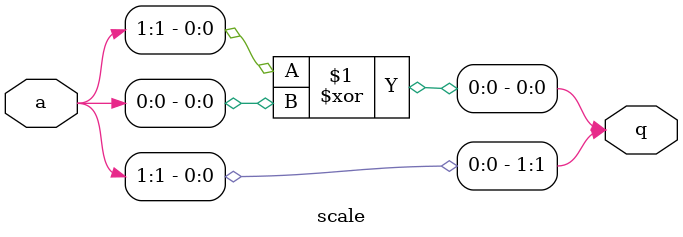
<source format=v>
module scale
(
    a,
    q
);
input [1:0] a;
output [1:0] q;

generate
    assign q[1] = a[1];
    assign q[0] = a[1] ^ a[0];
endgenerate
    
endmodule
</source>
